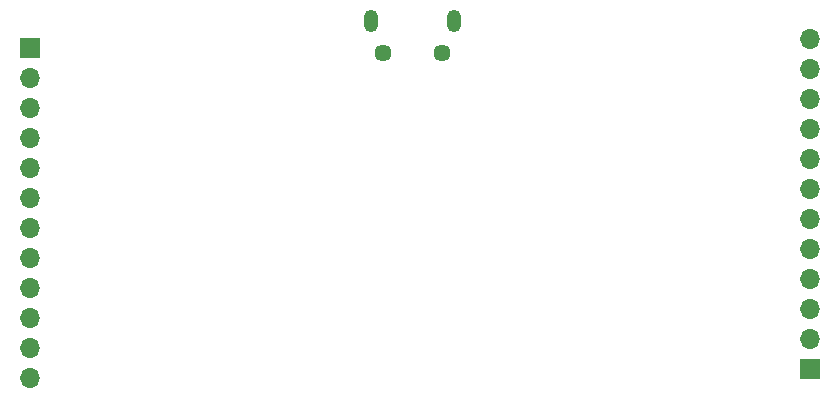
<source format=gbr>
G04 #@! TF.FileFunction,Soldermask,Top*
%FSLAX46Y46*%
G04 Gerber Fmt 4.6, Leading zero omitted, Abs format (unit mm)*
G04 Created by KiCad (PCBNEW 4.0.4-stable) date 07/06/18 22:55:52*
%MOMM*%
%LPD*%
G01*
G04 APERTURE LIST*
%ADD10C,0.100000*%
%ADD11R,1.700000X1.700000*%
%ADD12O,1.700000X1.700000*%
%ADD13C,1.450000*%
%ADD14O,1.200000X1.900000*%
G04 APERTURE END LIST*
D10*
D11*
X102620000Y-69350000D03*
D12*
X102620000Y-71890000D03*
X102620000Y-74430000D03*
X102620000Y-76970000D03*
X102620000Y-79510000D03*
X102620000Y-82050000D03*
X102620000Y-84590000D03*
X102620000Y-87130000D03*
X102620000Y-89670000D03*
X102620000Y-92210000D03*
X102620000Y-94750000D03*
X102620000Y-97290000D03*
D13*
X132500000Y-69700000D03*
X137500000Y-69700000D03*
D14*
X131500000Y-67000000D03*
X138500000Y-67000000D03*
D11*
X168620000Y-96470000D03*
D12*
X168620000Y-93930000D03*
X168620000Y-91390000D03*
X168620000Y-88850000D03*
X168620000Y-86310000D03*
X168620000Y-83770000D03*
X168620000Y-81230000D03*
X168620000Y-78690000D03*
X168620000Y-76150000D03*
X168620000Y-73610000D03*
X168620000Y-71070000D03*
X168620000Y-68530000D03*
M02*

</source>
